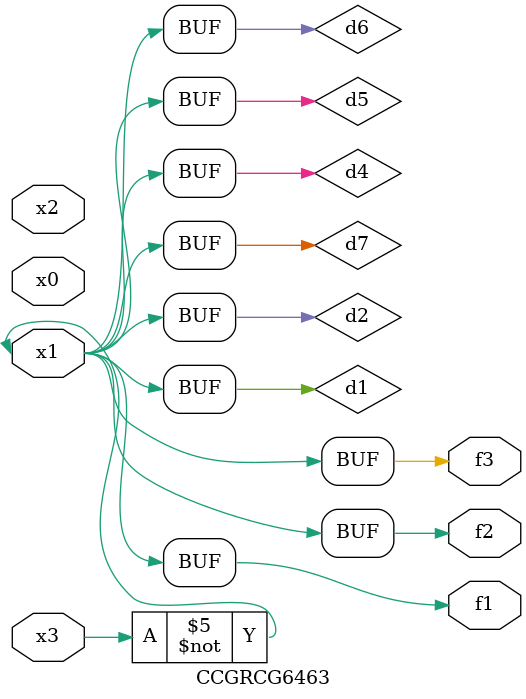
<source format=v>
module CCGRCG6463(
	input x0, x1, x2, x3,
	output f1, f2, f3
);

	wire d1, d2, d3, d4, d5, d6, d7;

	not (d1, x3);
	buf (d2, x1);
	xnor (d3, d1, d2);
	nor (d4, d1);
	buf (d5, d1, d2);
	buf (d6, d4, d5);
	nand (d7, d4);
	assign f1 = d6;
	assign f2 = d7;
	assign f3 = d6;
endmodule

</source>
